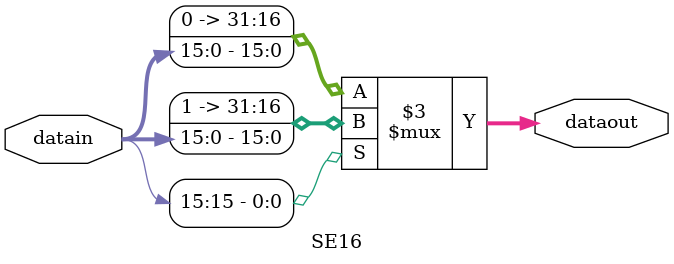
<source format=v>
module SE16(datain, dataout);
	
	input[15:0] datain;
	output reg[31:0] dataout;
	
	always@(*)
	begin
		if(datain[15])
			dataout = {{16{1'b1}},datain};
		else
			dataout = {{16{1'b0}},datain};
	end
	
endmodule 


</source>
